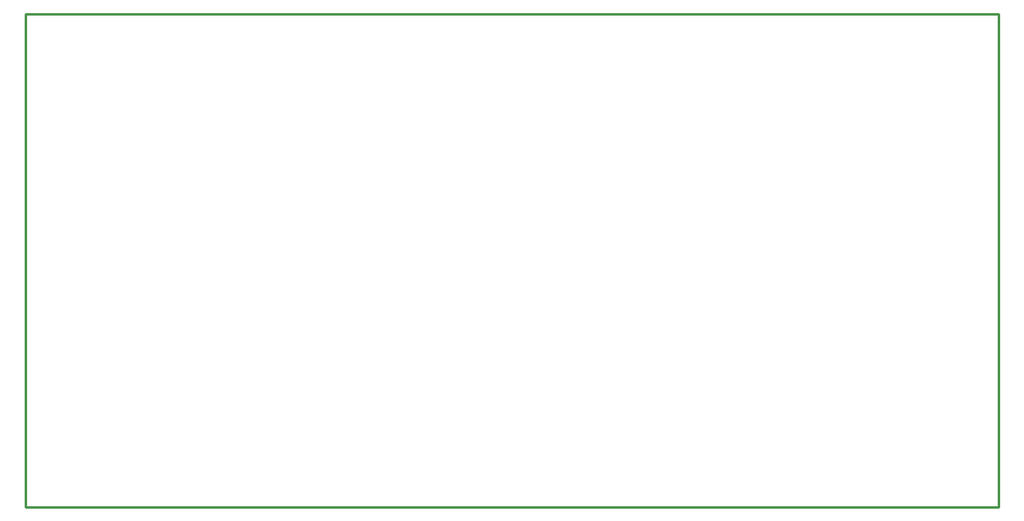
<source format=gm1>
G04*
G04 #@! TF.GenerationSoftware,Altium Limited,Altium Designer,23.5.1 (21)*
G04*
G04 Layer_Color=16711935*
%FSLAX44Y44*%
%MOMM*%
G71*
G04*
G04 #@! TF.SameCoordinates,14FB7749-BF70-4BA2-BDF3-10CF23B172C4*
G04*
G04*
G04 #@! TF.FilePolarity,Positive*
G04*
G01*
G75*
%ADD14C,0.2540*%
D14*
X254000Y500380D02*
X1256030D01*
X254000Y1009650D02*
X1256030D01*
Y500380D02*
Y1009650D01*
X254000Y500380D02*
Y1009650D01*
M02*

</source>
